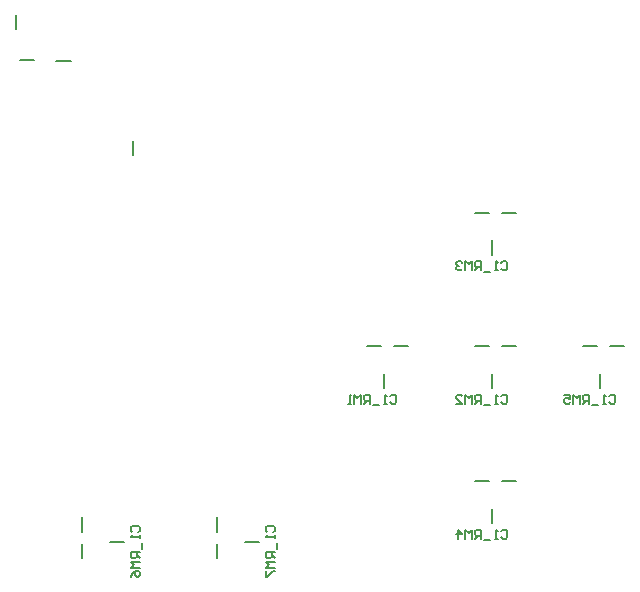
<source format=gbo>
G04 Layer_Color=32896*
%FSLAX25Y25*%
%MOIN*%
G70*
G01*
G75*
%ADD28C,0.00600*%
%ADD30C,0.00787*%
D28*
X139534Y-140618D02*
X140050Y-140101D01*
X141084D01*
X141600Y-140618D01*
Y-142683D01*
X141084Y-143200D01*
X140050D01*
X139534Y-142683D01*
X138501Y-143200D02*
X137468D01*
X137985D01*
Y-140101D01*
X138501Y-140618D01*
X135918Y-143717D02*
X133853D01*
X132819Y-143200D02*
Y-140101D01*
X131270D01*
X130754Y-140618D01*
Y-141650D01*
X131270Y-142167D01*
X132819D01*
X131787D02*
X130754Y-143200D01*
X129720D02*
Y-140101D01*
X128688Y-141134D01*
X127655Y-140101D01*
Y-143200D01*
X126621D02*
X125589D01*
X126105D01*
Y-140101D01*
X126621Y-140618D01*
X176567D02*
X177084Y-140101D01*
X178117D01*
X178633Y-140618D01*
Y-142683D01*
X178117Y-143200D01*
X177084D01*
X176567Y-142683D01*
X175534Y-143200D02*
X174501D01*
X175017D01*
Y-140101D01*
X175534Y-140618D01*
X172951Y-143717D02*
X170886D01*
X169852Y-143200D02*
Y-140101D01*
X168303D01*
X167787Y-140618D01*
Y-141650D01*
X168303Y-142167D01*
X169852D01*
X168819D02*
X167787Y-143200D01*
X166753D02*
Y-140101D01*
X165720Y-141134D01*
X164688Y-140101D01*
Y-143200D01*
X161589D02*
X163654D01*
X161589Y-141134D01*
Y-140618D01*
X162105Y-140101D01*
X163138D01*
X163654Y-140618D01*
X176567Y-96118D02*
X177084Y-95601D01*
X178117D01*
X178633Y-96118D01*
Y-98184D01*
X178117Y-98700D01*
X177084D01*
X176567Y-98184D01*
X175534Y-98700D02*
X174501D01*
X175017D01*
Y-95601D01*
X175534Y-96118D01*
X172951Y-99217D02*
X170886D01*
X169852Y-98700D02*
Y-95601D01*
X168303D01*
X167787Y-96118D01*
Y-97150D01*
X168303Y-97667D01*
X169852D01*
X168819D02*
X167787Y-98700D01*
X166753D02*
Y-95601D01*
X165720Y-96634D01*
X164688Y-95601D01*
Y-98700D01*
X163654Y-96118D02*
X163138Y-95601D01*
X162105D01*
X161589Y-96118D01*
Y-96634D01*
X162105Y-97150D01*
X162621D01*
X162105D01*
X161589Y-97667D01*
Y-98184D01*
X162105Y-98700D01*
X163138D01*
X163654Y-98184D01*
X176567Y-185617D02*
X177084Y-185101D01*
X178117D01*
X178633Y-185617D01*
Y-187683D01*
X178117Y-188200D01*
X177084D01*
X176567Y-187683D01*
X175534Y-188200D02*
X174501D01*
X175017D01*
Y-185101D01*
X175534Y-185617D01*
X172951Y-188716D02*
X170886D01*
X169852Y-188200D02*
Y-185101D01*
X168303D01*
X167787Y-185617D01*
Y-186651D01*
X168303Y-187167D01*
X169852D01*
X168819D02*
X167787Y-188200D01*
X166753D02*
Y-185101D01*
X165720Y-186134D01*
X164688Y-185101D01*
Y-188200D01*
X162105D02*
Y-185101D01*
X163654Y-186651D01*
X161589D01*
X212567Y-140618D02*
X213084Y-140101D01*
X214117D01*
X214633Y-140618D01*
Y-142683D01*
X214117Y-143200D01*
X213084D01*
X212567Y-142683D01*
X211534Y-143200D02*
X210501D01*
X211017D01*
Y-140101D01*
X211534Y-140618D01*
X208951Y-143717D02*
X206886D01*
X205853Y-143200D02*
Y-140101D01*
X204303D01*
X203786Y-140618D01*
Y-141650D01*
X204303Y-142167D01*
X205853D01*
X204819D02*
X203786Y-143200D01*
X202753D02*
Y-140101D01*
X201720Y-141134D01*
X200688Y-140101D01*
Y-143200D01*
X197589Y-140101D02*
X199654D01*
Y-141650D01*
X198621Y-141134D01*
X198105D01*
X197589Y-141650D01*
Y-142683D01*
X198105Y-143200D01*
X199138D01*
X199654Y-142683D01*
X53618Y-185933D02*
X53101Y-185416D01*
Y-184383D01*
X53618Y-183867D01*
X55683D01*
X56200Y-184383D01*
Y-185416D01*
X55683Y-185933D01*
X56200Y-186966D02*
Y-187999D01*
Y-187483D01*
X53101D01*
X53618Y-186966D01*
X56717Y-189549D02*
Y-191614D01*
X56200Y-192648D02*
X53101D01*
Y-194197D01*
X53618Y-194713D01*
X54650D01*
X55167Y-194197D01*
Y-192648D01*
Y-193681D02*
X56200Y-194713D01*
Y-195747D02*
X53101D01*
X54134Y-196780D01*
X53101Y-197812D01*
X56200D01*
X53101Y-200911D02*
X53618Y-199879D01*
X54650Y-198846D01*
X55683D01*
X56200Y-199362D01*
Y-200395D01*
X55683Y-200911D01*
X55167D01*
X54650Y-200395D01*
Y-198846D01*
X98618Y-185933D02*
X98101Y-185416D01*
Y-184383D01*
X98618Y-183867D01*
X100683D01*
X101200Y-184383D01*
Y-185416D01*
X100683Y-185933D01*
X101200Y-186966D02*
Y-187999D01*
Y-187483D01*
X98101D01*
X98618Y-186966D01*
X101716Y-189549D02*
Y-191614D01*
X101200Y-192648D02*
X98101D01*
Y-194197D01*
X98618Y-194713D01*
X99651D01*
X100167Y-194197D01*
Y-192648D01*
Y-193681D02*
X101200Y-194713D01*
Y-195747D02*
X98101D01*
X99134Y-196780D01*
X98101Y-197812D01*
X101200D01*
X98101Y-198846D02*
Y-200911D01*
X98618D01*
X100683Y-198846D01*
X101200D01*
D30*
X28338Y-28800D02*
X33062D01*
X16238Y-28700D02*
X20962D01*
X140738Y-124000D02*
X145462D01*
X131838D02*
X136562D01*
X137400Y-137962D02*
Y-133238D01*
X176738Y-124000D02*
X181462D01*
X167838D02*
X172562D01*
X173400Y-137962D02*
Y-133238D01*
X176738Y-79500D02*
X181462D01*
X167838D02*
X172562D01*
X173400Y-93462D02*
Y-88738D01*
X37000Y-185762D02*
Y-181038D01*
Y-194662D02*
Y-189938D01*
X46238Y-189100D02*
X50962D01*
X82000Y-185762D02*
Y-181038D01*
Y-194662D02*
Y-189938D01*
X91238Y-189100D02*
X95962D01*
X212738Y-124000D02*
X217462D01*
X203838D02*
X208562D01*
X209400Y-137962D02*
Y-133238D01*
X176738Y-169000D02*
X181462D01*
X167838D02*
X172562D01*
X173400Y-182962D02*
Y-178238D01*
X15000Y-18362D02*
Y-13638D01*
X54000Y-60362D02*
Y-55638D01*
M02*

</source>
